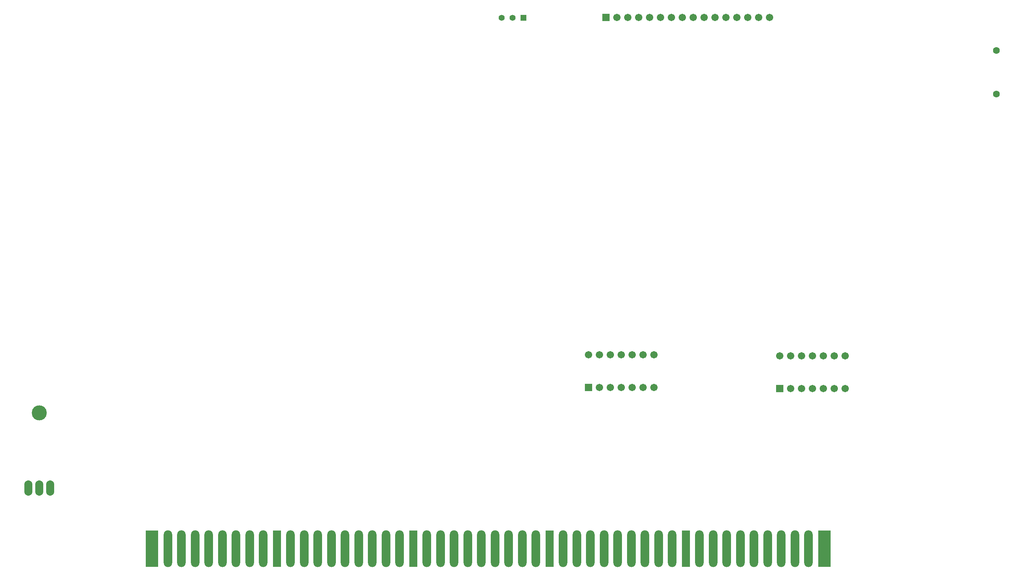
<source format=gbs>
%FSTAX23Y23*%
%MOIN*%
%SFA1B1*%

%IPPOS*%
%ADD23R,0.118000X0.338000*%
%ADD24O,0.078000X0.338000*%
%ADD25R,0.078000X0.338000*%
%ADD26C,0.067060*%
%ADD27R,0.067060X0.067060*%
%ADD28R,0.055240X0.055240*%
%ADD29C,0.055240*%
%ADD30C,0.063120*%
%ADD31C,0.138000*%
%ADD32O,0.074000X0.140000*%
%ADD33R,0.067060X0.067060*%
%LN2004_lcd-1*%
%LPD*%
G54D23*
X0161Y0044D03*
X07775D03*
G54D24*
X01755Y0044D03*
X0188D03*
X02005D03*
X0213D03*
X02255D03*
X0238D03*
X02505D03*
X0263D03*
X0288D03*
X03005D03*
X0313D03*
X03255D03*
X0338D03*
X03505D03*
X0363D03*
X03755D03*
X0388D03*
X0413D03*
X04255D03*
X0438D03*
X04505D03*
X0463D03*
X04755D03*
X0488D03*
X05005D03*
X0513D03*
X0538D03*
X05505D03*
X0563D03*
X05755D03*
X0588D03*
X06005D03*
X0613D03*
X06255D03*
X0638D03*
X0663D03*
X06755D03*
X0688D03*
X07005D03*
X0713D03*
X07255D03*
X0738D03*
X07505D03*
X0763D03*
G54D25*
X02755Y0044D03*
X04005D03*
X05255D03*
X06505D03*
G54D26*
X07273Y05317D03*
X07173D03*
X07073D03*
X06973D03*
X06873D03*
X06773D03*
X06673D03*
X06573D03*
X06473D03*
X06373D03*
X06273D03*
X06173D03*
X06073D03*
X05973D03*
X05873D03*
X07967Y02209D03*
X07867D03*
X07767D03*
X07667D03*
X07567D03*
X07467D03*
X07367D03*
X07967Y01909D03*
X07867D03*
X07767D03*
X07667D03*
X07567D03*
X07467D03*
X06211Y0222D03*
X06111D03*
X06011D03*
X05911D03*
X05811D03*
X05711D03*
X05611D03*
X06211Y0192D03*
X06111D03*
X06011D03*
X05911D03*
X05811D03*
X05711D03*
G54D27*
X05773Y05317D03*
G54D28*
X05015Y05314D03*
G54D29*
X04915Y05314D03*
X04815D03*
G54D30*
X09351Y04615D03*
Y05015D03*
G54D31*
X00576Y01688D03*
G54D32*
X00676Y00998D03*
X00576D03*
X00476D03*
G54D33*
X07367Y01909D03*
X05611Y0192D03*
M02*
</source>
